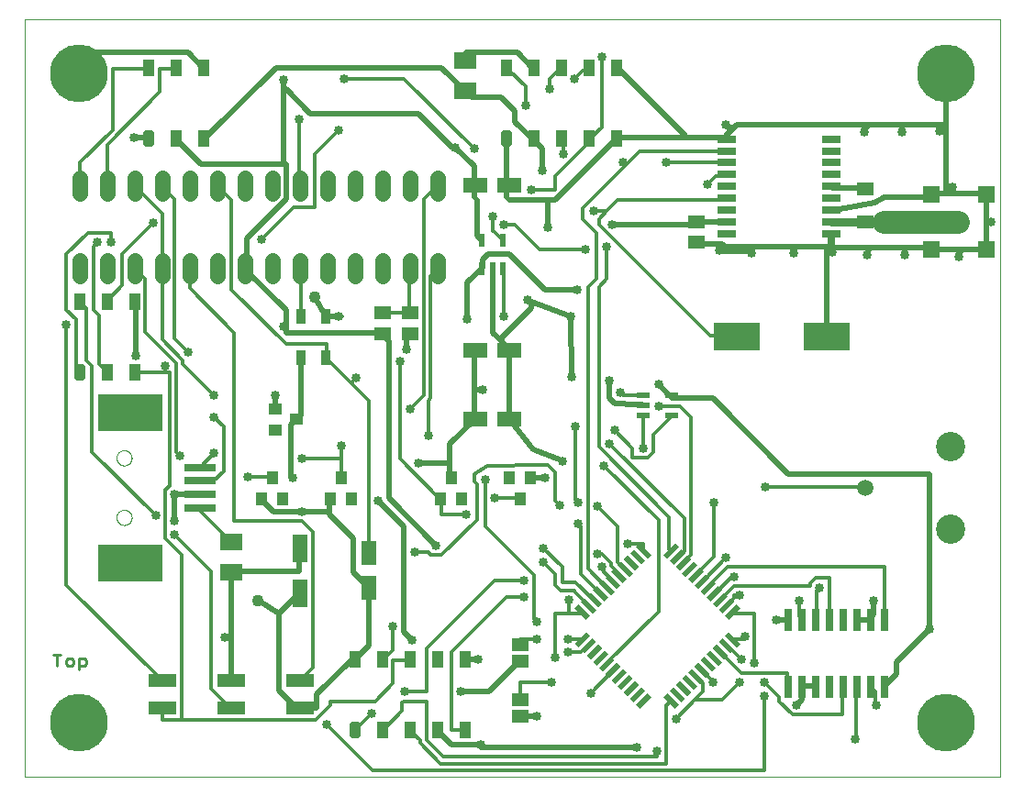
<source format=gtl>
G75*
%MOIN*%
%OFA0B0*%
%FSLAX25Y25*%
%IPPOS*%
%LPD*%
%AMOC8*
5,1,8,0,0,1.08239X$1,22.5*
%
%ADD10C,0.00000*%
%ADD11C,0.01000*%
%ADD12C,0.05562*%
%ADD13R,0.05512X0.10236*%
%ADD14R,0.03937X0.04724*%
%ADD15R,0.07874X0.06299*%
%ADD16R,0.10000X0.05000*%
%ADD17R,0.03937X0.05906*%
%ADD18C,0.01969*%
%ADD19R,0.02600X0.08000*%
%ADD20R,0.05906X0.01969*%
%ADD21R,0.01969X0.05906*%
%ADD22R,0.07100X0.02800*%
%ADD23R,0.05906X0.05118*%
%ADD24R,0.06299X0.04724*%
%ADD25R,0.06300X0.04600*%
%ADD26R,0.05512X0.08661*%
%ADD27C,0.06299*%
%ADD28R,0.06299X0.06299*%
%ADD29R,0.02200X0.05000*%
%ADD30R,0.03543X0.05512*%
%ADD31C,0.10630*%
%ADD32C,0.05984*%
%ADD33R,0.23780X0.13386*%
%ADD34R,0.11811X0.02756*%
%ADD35C,0.21000*%
%ADD36R,0.16929X0.09843*%
%ADD37R,0.04724X0.03937*%
%ADD38R,0.05000X0.02200*%
%ADD39R,0.08661X0.05512*%
%ADD40C,0.02000*%
%ADD41C,0.03346*%
%ADD42C,0.04331*%
%ADD43C,0.01600*%
%ADD44C,0.01181*%
%ADD45C,0.03150*%
%ADD46C,0.08268*%
D10*
X0055902Y0001800D02*
X0055902Y0277391D01*
X0410233Y0277391D01*
X0410233Y0001800D01*
X0055902Y0001800D01*
X0089370Y0096149D02*
X0089372Y0096254D01*
X0089378Y0096359D01*
X0089388Y0096463D01*
X0089402Y0096567D01*
X0089420Y0096671D01*
X0089442Y0096773D01*
X0089467Y0096875D01*
X0089497Y0096976D01*
X0089530Y0097075D01*
X0089567Y0097173D01*
X0089608Y0097270D01*
X0089653Y0097365D01*
X0089701Y0097458D01*
X0089752Y0097550D01*
X0089808Y0097639D01*
X0089866Y0097726D01*
X0089928Y0097811D01*
X0089992Y0097894D01*
X0090060Y0097974D01*
X0090131Y0098051D01*
X0090205Y0098125D01*
X0090282Y0098197D01*
X0090361Y0098266D01*
X0090443Y0098331D01*
X0090527Y0098394D01*
X0090614Y0098453D01*
X0090703Y0098509D01*
X0090794Y0098562D01*
X0090887Y0098611D01*
X0090981Y0098656D01*
X0091077Y0098698D01*
X0091175Y0098736D01*
X0091274Y0098770D01*
X0091375Y0098801D01*
X0091476Y0098827D01*
X0091579Y0098850D01*
X0091682Y0098869D01*
X0091786Y0098884D01*
X0091890Y0098895D01*
X0091995Y0098902D01*
X0092100Y0098905D01*
X0092205Y0098904D01*
X0092310Y0098899D01*
X0092414Y0098890D01*
X0092518Y0098877D01*
X0092622Y0098860D01*
X0092725Y0098839D01*
X0092827Y0098814D01*
X0092928Y0098786D01*
X0093027Y0098753D01*
X0093126Y0098717D01*
X0093223Y0098677D01*
X0093318Y0098634D01*
X0093412Y0098586D01*
X0093504Y0098536D01*
X0093594Y0098482D01*
X0093682Y0098424D01*
X0093767Y0098363D01*
X0093850Y0098299D01*
X0093931Y0098232D01*
X0094009Y0098162D01*
X0094084Y0098088D01*
X0094156Y0098013D01*
X0094226Y0097934D01*
X0094292Y0097853D01*
X0094356Y0097769D01*
X0094416Y0097683D01*
X0094472Y0097595D01*
X0094526Y0097504D01*
X0094576Y0097412D01*
X0094622Y0097318D01*
X0094665Y0097222D01*
X0094704Y0097124D01*
X0094739Y0097026D01*
X0094770Y0096925D01*
X0094798Y0096824D01*
X0094822Y0096722D01*
X0094842Y0096619D01*
X0094858Y0096515D01*
X0094870Y0096411D01*
X0094878Y0096306D01*
X0094882Y0096201D01*
X0094882Y0096097D01*
X0094878Y0095992D01*
X0094870Y0095887D01*
X0094858Y0095783D01*
X0094842Y0095679D01*
X0094822Y0095576D01*
X0094798Y0095474D01*
X0094770Y0095373D01*
X0094739Y0095272D01*
X0094704Y0095174D01*
X0094665Y0095076D01*
X0094622Y0094980D01*
X0094576Y0094886D01*
X0094526Y0094794D01*
X0094472Y0094703D01*
X0094416Y0094615D01*
X0094356Y0094529D01*
X0094292Y0094445D01*
X0094226Y0094364D01*
X0094156Y0094285D01*
X0094084Y0094210D01*
X0094009Y0094136D01*
X0093931Y0094066D01*
X0093850Y0093999D01*
X0093767Y0093935D01*
X0093682Y0093874D01*
X0093594Y0093816D01*
X0093504Y0093762D01*
X0093412Y0093712D01*
X0093318Y0093664D01*
X0093223Y0093621D01*
X0093126Y0093581D01*
X0093027Y0093545D01*
X0092928Y0093512D01*
X0092827Y0093484D01*
X0092725Y0093459D01*
X0092622Y0093438D01*
X0092518Y0093421D01*
X0092414Y0093408D01*
X0092310Y0093399D01*
X0092205Y0093394D01*
X0092100Y0093393D01*
X0091995Y0093396D01*
X0091890Y0093403D01*
X0091786Y0093414D01*
X0091682Y0093429D01*
X0091579Y0093448D01*
X0091476Y0093471D01*
X0091375Y0093497D01*
X0091274Y0093528D01*
X0091175Y0093562D01*
X0091077Y0093600D01*
X0090981Y0093642D01*
X0090887Y0093687D01*
X0090794Y0093736D01*
X0090703Y0093789D01*
X0090614Y0093845D01*
X0090527Y0093904D01*
X0090443Y0093967D01*
X0090361Y0094032D01*
X0090282Y0094101D01*
X0090205Y0094173D01*
X0090131Y0094247D01*
X0090060Y0094324D01*
X0089992Y0094404D01*
X0089928Y0094487D01*
X0089866Y0094572D01*
X0089808Y0094659D01*
X0089752Y0094748D01*
X0089701Y0094840D01*
X0089653Y0094933D01*
X0089608Y0095028D01*
X0089567Y0095125D01*
X0089530Y0095223D01*
X0089497Y0095322D01*
X0089467Y0095423D01*
X0089442Y0095525D01*
X0089420Y0095627D01*
X0089402Y0095731D01*
X0089388Y0095835D01*
X0089378Y0095939D01*
X0089372Y0096044D01*
X0089370Y0096149D01*
X0089370Y0117802D02*
X0089372Y0117907D01*
X0089378Y0118012D01*
X0089388Y0118116D01*
X0089402Y0118220D01*
X0089420Y0118324D01*
X0089442Y0118426D01*
X0089467Y0118528D01*
X0089497Y0118629D01*
X0089530Y0118728D01*
X0089567Y0118826D01*
X0089608Y0118923D01*
X0089653Y0119018D01*
X0089701Y0119111D01*
X0089752Y0119203D01*
X0089808Y0119292D01*
X0089866Y0119379D01*
X0089928Y0119464D01*
X0089992Y0119547D01*
X0090060Y0119627D01*
X0090131Y0119704D01*
X0090205Y0119778D01*
X0090282Y0119850D01*
X0090361Y0119919D01*
X0090443Y0119984D01*
X0090527Y0120047D01*
X0090614Y0120106D01*
X0090703Y0120162D01*
X0090794Y0120215D01*
X0090887Y0120264D01*
X0090981Y0120309D01*
X0091077Y0120351D01*
X0091175Y0120389D01*
X0091274Y0120423D01*
X0091375Y0120454D01*
X0091476Y0120480D01*
X0091579Y0120503D01*
X0091682Y0120522D01*
X0091786Y0120537D01*
X0091890Y0120548D01*
X0091995Y0120555D01*
X0092100Y0120558D01*
X0092205Y0120557D01*
X0092310Y0120552D01*
X0092414Y0120543D01*
X0092518Y0120530D01*
X0092622Y0120513D01*
X0092725Y0120492D01*
X0092827Y0120467D01*
X0092928Y0120439D01*
X0093027Y0120406D01*
X0093126Y0120370D01*
X0093223Y0120330D01*
X0093318Y0120287D01*
X0093412Y0120239D01*
X0093504Y0120189D01*
X0093594Y0120135D01*
X0093682Y0120077D01*
X0093767Y0120016D01*
X0093850Y0119952D01*
X0093931Y0119885D01*
X0094009Y0119815D01*
X0094084Y0119741D01*
X0094156Y0119666D01*
X0094226Y0119587D01*
X0094292Y0119506D01*
X0094356Y0119422D01*
X0094416Y0119336D01*
X0094472Y0119248D01*
X0094526Y0119157D01*
X0094576Y0119065D01*
X0094622Y0118971D01*
X0094665Y0118875D01*
X0094704Y0118777D01*
X0094739Y0118679D01*
X0094770Y0118578D01*
X0094798Y0118477D01*
X0094822Y0118375D01*
X0094842Y0118272D01*
X0094858Y0118168D01*
X0094870Y0118064D01*
X0094878Y0117959D01*
X0094882Y0117854D01*
X0094882Y0117750D01*
X0094878Y0117645D01*
X0094870Y0117540D01*
X0094858Y0117436D01*
X0094842Y0117332D01*
X0094822Y0117229D01*
X0094798Y0117127D01*
X0094770Y0117026D01*
X0094739Y0116925D01*
X0094704Y0116827D01*
X0094665Y0116729D01*
X0094622Y0116633D01*
X0094576Y0116539D01*
X0094526Y0116447D01*
X0094472Y0116356D01*
X0094416Y0116268D01*
X0094356Y0116182D01*
X0094292Y0116098D01*
X0094226Y0116017D01*
X0094156Y0115938D01*
X0094084Y0115863D01*
X0094009Y0115789D01*
X0093931Y0115719D01*
X0093850Y0115652D01*
X0093767Y0115588D01*
X0093682Y0115527D01*
X0093594Y0115469D01*
X0093504Y0115415D01*
X0093412Y0115365D01*
X0093318Y0115317D01*
X0093223Y0115274D01*
X0093126Y0115234D01*
X0093027Y0115198D01*
X0092928Y0115165D01*
X0092827Y0115137D01*
X0092725Y0115112D01*
X0092622Y0115091D01*
X0092518Y0115074D01*
X0092414Y0115061D01*
X0092310Y0115052D01*
X0092205Y0115047D01*
X0092100Y0115046D01*
X0091995Y0115049D01*
X0091890Y0115056D01*
X0091786Y0115067D01*
X0091682Y0115082D01*
X0091579Y0115101D01*
X0091476Y0115124D01*
X0091375Y0115150D01*
X0091274Y0115181D01*
X0091175Y0115215D01*
X0091077Y0115253D01*
X0090981Y0115295D01*
X0090887Y0115340D01*
X0090794Y0115389D01*
X0090703Y0115442D01*
X0090614Y0115498D01*
X0090527Y0115557D01*
X0090443Y0115620D01*
X0090361Y0115685D01*
X0090282Y0115754D01*
X0090205Y0115826D01*
X0090131Y0115900D01*
X0090060Y0115977D01*
X0089992Y0116057D01*
X0089928Y0116140D01*
X0089866Y0116225D01*
X0089808Y0116312D01*
X0089752Y0116401D01*
X0089701Y0116493D01*
X0089653Y0116586D01*
X0089608Y0116681D01*
X0089567Y0116778D01*
X0089530Y0116876D01*
X0089497Y0116975D01*
X0089467Y0117076D01*
X0089442Y0117178D01*
X0089420Y0117280D01*
X0089402Y0117384D01*
X0089388Y0117488D01*
X0089378Y0117592D01*
X0089372Y0117697D01*
X0089370Y0117802D01*
D11*
X0069071Y0046303D02*
X0066402Y0046303D01*
X0067737Y0046303D02*
X0067737Y0042300D01*
X0071006Y0042967D02*
X0071673Y0042300D01*
X0073008Y0042300D01*
X0073675Y0042967D01*
X0073675Y0044302D01*
X0073008Y0044969D01*
X0071673Y0044969D01*
X0071006Y0044302D01*
X0071006Y0042967D01*
X0075610Y0042300D02*
X0077612Y0042300D01*
X0078279Y0042967D01*
X0078279Y0044302D01*
X0077612Y0044969D01*
X0075610Y0044969D01*
X0075610Y0040966D01*
D12*
X0075902Y0184019D02*
X0075902Y0189581D01*
X0085902Y0189581D02*
X0085902Y0184019D01*
X0095902Y0184019D02*
X0095902Y0189581D01*
X0105902Y0189581D02*
X0105902Y0184019D01*
X0115902Y0184019D02*
X0115902Y0189581D01*
X0125902Y0189581D02*
X0125902Y0184019D01*
X0135902Y0184019D02*
X0135902Y0189581D01*
X0145902Y0189581D02*
X0145902Y0184019D01*
X0155902Y0184019D02*
X0155902Y0189581D01*
X0165902Y0189581D02*
X0165902Y0184019D01*
X0175902Y0184019D02*
X0175902Y0189581D01*
X0185902Y0189581D02*
X0185902Y0184019D01*
X0195902Y0184019D02*
X0195902Y0189581D01*
X0205902Y0189581D02*
X0205902Y0184019D01*
X0205902Y0214019D02*
X0205902Y0219581D01*
X0195902Y0219581D02*
X0195902Y0214019D01*
X0185902Y0214019D02*
X0185902Y0219581D01*
X0175902Y0219581D02*
X0175902Y0214019D01*
X0165902Y0214019D02*
X0165902Y0219581D01*
X0155902Y0219581D02*
X0155902Y0214019D01*
X0145902Y0214019D02*
X0145902Y0219581D01*
X0135902Y0219581D02*
X0135902Y0214019D01*
X0125902Y0214019D02*
X0125902Y0219581D01*
X0115902Y0219581D02*
X0115902Y0214019D01*
X0105902Y0214019D02*
X0105902Y0219581D01*
X0095902Y0219581D02*
X0095902Y0214019D01*
X0085902Y0214019D02*
X0085902Y0219581D01*
X0075902Y0219581D02*
X0075902Y0214019D01*
D13*
X0155902Y0084871D03*
X0155902Y0068729D03*
D14*
X0149839Y0102863D03*
X0141965Y0102863D03*
X0145902Y0110737D03*
X0166965Y0102863D03*
X0174839Y0102863D03*
X0170902Y0110737D03*
X0206965Y0102863D03*
X0214839Y0102863D03*
X0210902Y0110737D03*
X0231965Y0110737D03*
X0239839Y0110737D03*
X0235902Y0102863D03*
D15*
X0130902Y0087312D03*
X0130902Y0076288D03*
X0215902Y0251288D03*
X0215902Y0262312D03*
D16*
X0155902Y0036800D03*
X0155902Y0026800D03*
X0130902Y0026800D03*
X0130902Y0036800D03*
X0105902Y0036800D03*
X0105902Y0026800D03*
D17*
X0175902Y0044595D03*
X0185902Y0044595D03*
X0195902Y0044595D03*
X0205902Y0044595D03*
X0215902Y0044595D03*
X0215902Y0019005D03*
X0205902Y0019005D03*
X0195902Y0019005D03*
X0185902Y0019005D03*
X0095902Y0149005D03*
X0085902Y0149005D03*
X0085902Y0174595D03*
X0075902Y0174595D03*
X0095902Y0174595D03*
X0110902Y0234005D03*
X0120902Y0234005D03*
X0120902Y0259595D03*
X0110902Y0259595D03*
X0100902Y0259595D03*
X0230902Y0259595D03*
X0240902Y0259595D03*
X0250902Y0259595D03*
X0260902Y0259595D03*
X0270902Y0259595D03*
X0270902Y0234005D03*
X0260902Y0234005D03*
X0250902Y0234005D03*
X0240902Y0234005D03*
D18*
X0229918Y0232036D02*
X0229918Y0235974D01*
X0231886Y0235974D01*
X0231886Y0232036D01*
X0229918Y0232036D01*
X0229918Y0234004D02*
X0231886Y0234004D01*
X0231886Y0235972D02*
X0229918Y0235972D01*
X0099918Y0235974D02*
X0099918Y0232036D01*
X0099918Y0235974D02*
X0101886Y0235974D01*
X0101886Y0232036D01*
X0099918Y0232036D01*
X0099918Y0234004D02*
X0101886Y0234004D01*
X0101886Y0235972D02*
X0099918Y0235972D01*
X0074918Y0150974D02*
X0074918Y0147036D01*
X0074918Y0150974D02*
X0076886Y0150974D01*
X0076886Y0147036D01*
X0074918Y0147036D01*
X0074918Y0149004D02*
X0076886Y0149004D01*
X0076886Y0150972D02*
X0074918Y0150972D01*
X0174918Y0020974D02*
X0174918Y0017036D01*
X0174918Y0020974D02*
X0176886Y0020974D01*
X0176886Y0017036D01*
X0174918Y0017036D01*
X0174918Y0019004D02*
X0176886Y0019004D01*
X0176886Y0020972D02*
X0174918Y0020972D01*
D19*
X0333402Y0034700D03*
X0338402Y0034700D03*
X0343402Y0034700D03*
X0348402Y0034700D03*
X0353402Y0034700D03*
X0358402Y0034700D03*
X0363402Y0034700D03*
X0368402Y0034700D03*
X0368402Y0058900D03*
X0363402Y0058900D03*
X0358402Y0058900D03*
X0353402Y0058900D03*
X0348402Y0058900D03*
X0343402Y0058900D03*
X0338402Y0058900D03*
X0333402Y0058900D03*
D20*
G36*
X0314576Y0049006D02*
X0310401Y0053181D01*
X0311792Y0054572D01*
X0315967Y0050397D01*
X0314576Y0049006D01*
G37*
G36*
X0312349Y0046779D02*
X0308174Y0050954D01*
X0309565Y0052345D01*
X0313740Y0048170D01*
X0312349Y0046779D01*
G37*
G36*
X0310122Y0044552D02*
X0305947Y0048727D01*
X0307338Y0050118D01*
X0311513Y0045943D01*
X0310122Y0044552D01*
G37*
G36*
X0307895Y0042325D02*
X0303720Y0046500D01*
X0305111Y0047891D01*
X0309286Y0043716D01*
X0307895Y0042325D01*
G37*
G36*
X0305668Y0040098D02*
X0301493Y0044273D01*
X0302884Y0045664D01*
X0307059Y0041489D01*
X0305668Y0040098D01*
G37*
G36*
X0303441Y0037870D02*
X0299266Y0042045D01*
X0300657Y0043436D01*
X0304832Y0039261D01*
X0303441Y0037870D01*
G37*
G36*
X0301214Y0035643D02*
X0297039Y0039818D01*
X0298430Y0041209D01*
X0302605Y0037034D01*
X0301214Y0035643D01*
G37*
G36*
X0298987Y0033416D02*
X0294812Y0037591D01*
X0296203Y0038982D01*
X0300378Y0034807D01*
X0298987Y0033416D01*
G37*
G36*
X0296759Y0031189D02*
X0292584Y0035364D01*
X0293975Y0036755D01*
X0298150Y0032580D01*
X0296759Y0031189D01*
G37*
G36*
X0294532Y0028962D02*
X0290357Y0033137D01*
X0291748Y0034528D01*
X0295923Y0030353D01*
X0294532Y0028962D01*
G37*
G36*
X0292305Y0026735D02*
X0288130Y0030910D01*
X0289521Y0032301D01*
X0293696Y0028126D01*
X0292305Y0026735D01*
G37*
G36*
X0260012Y0059028D02*
X0255837Y0063203D01*
X0257228Y0064594D01*
X0261403Y0060419D01*
X0260012Y0059028D01*
G37*
G36*
X0262239Y0061255D02*
X0258064Y0065430D01*
X0259455Y0066821D01*
X0263630Y0062646D01*
X0262239Y0061255D01*
G37*
G36*
X0264466Y0063482D02*
X0260291Y0067657D01*
X0261682Y0069048D01*
X0265857Y0064873D01*
X0264466Y0063482D01*
G37*
G36*
X0266693Y0065709D02*
X0262518Y0069884D01*
X0263909Y0071275D01*
X0268084Y0067100D01*
X0266693Y0065709D01*
G37*
G36*
X0268921Y0067936D02*
X0264746Y0072111D01*
X0266137Y0073502D01*
X0270312Y0069327D01*
X0268921Y0067936D01*
G37*
G36*
X0271148Y0070164D02*
X0266973Y0074339D01*
X0268364Y0075730D01*
X0272539Y0071555D01*
X0271148Y0070164D01*
G37*
G36*
X0273375Y0072391D02*
X0269200Y0076566D01*
X0270591Y0077957D01*
X0274766Y0073782D01*
X0273375Y0072391D01*
G37*
G36*
X0275602Y0074618D02*
X0271427Y0078793D01*
X0272818Y0080184D01*
X0276993Y0076009D01*
X0275602Y0074618D01*
G37*
G36*
X0277829Y0076845D02*
X0273654Y0081020D01*
X0275045Y0082411D01*
X0279220Y0078236D01*
X0277829Y0076845D01*
G37*
G36*
X0280056Y0079072D02*
X0275881Y0083247D01*
X0277272Y0084638D01*
X0281447Y0080463D01*
X0280056Y0079072D01*
G37*
G36*
X0282283Y0081299D02*
X0278108Y0085474D01*
X0279499Y0086865D01*
X0283674Y0082690D01*
X0282283Y0081299D01*
G37*
D21*
G36*
X0289521Y0081299D02*
X0288130Y0082690D01*
X0292305Y0086865D01*
X0293696Y0085474D01*
X0289521Y0081299D01*
G37*
G36*
X0291748Y0079072D02*
X0290357Y0080463D01*
X0294532Y0084638D01*
X0295923Y0083247D01*
X0291748Y0079072D01*
G37*
G36*
X0293975Y0076845D02*
X0292584Y0078236D01*
X0296759Y0082411D01*
X0298150Y0081020D01*
X0293975Y0076845D01*
G37*
G36*
X0296203Y0074618D02*
X0294812Y0076009D01*
X0298987Y0080184D01*
X0300378Y0078793D01*
X0296203Y0074618D01*
G37*
G36*
X0298430Y0072391D02*
X0297039Y0073782D01*
X0301214Y0077957D01*
X0302605Y0076566D01*
X0298430Y0072391D01*
G37*
G36*
X0300657Y0070164D02*
X0299266Y0071555D01*
X0303441Y0075730D01*
X0304832Y0074339D01*
X0300657Y0070164D01*
G37*
G36*
X0302884Y0067936D02*
X0301493Y0069327D01*
X0305668Y0073502D01*
X0307059Y0072111D01*
X0302884Y0067936D01*
G37*
G36*
X0305111Y0065709D02*
X0303720Y0067100D01*
X0307895Y0071275D01*
X0309286Y0069884D01*
X0305111Y0065709D01*
G37*
G36*
X0307338Y0063482D02*
X0305947Y0064873D01*
X0310122Y0069048D01*
X0311513Y0067657D01*
X0307338Y0063482D01*
G37*
G36*
X0309565Y0061255D02*
X0308174Y0062646D01*
X0312349Y0066821D01*
X0313740Y0065430D01*
X0309565Y0061255D01*
G37*
G36*
X0311792Y0059028D02*
X0310401Y0060419D01*
X0314576Y0064594D01*
X0315967Y0063203D01*
X0311792Y0059028D01*
G37*
G36*
X0277272Y0028962D02*
X0275881Y0030353D01*
X0280056Y0034528D01*
X0281447Y0033137D01*
X0277272Y0028962D01*
G37*
G36*
X0279499Y0026735D02*
X0278108Y0028126D01*
X0282283Y0032301D01*
X0283674Y0030910D01*
X0279499Y0026735D01*
G37*
G36*
X0275045Y0031189D02*
X0273654Y0032580D01*
X0277829Y0036755D01*
X0279220Y0035364D01*
X0275045Y0031189D01*
G37*
G36*
X0272818Y0033416D02*
X0271427Y0034807D01*
X0275602Y0038982D01*
X0276993Y0037591D01*
X0272818Y0033416D01*
G37*
G36*
X0270591Y0035643D02*
X0269200Y0037034D01*
X0273375Y0041209D01*
X0274766Y0039818D01*
X0270591Y0035643D01*
G37*
G36*
X0268364Y0037870D02*
X0266973Y0039261D01*
X0271148Y0043436D01*
X0272539Y0042045D01*
X0268364Y0037870D01*
G37*
G36*
X0266137Y0040098D02*
X0264746Y0041489D01*
X0268921Y0045664D01*
X0270312Y0044273D01*
X0266137Y0040098D01*
G37*
G36*
X0263909Y0042325D02*
X0262518Y0043716D01*
X0266693Y0047891D01*
X0268084Y0046500D01*
X0263909Y0042325D01*
G37*
G36*
X0261682Y0044552D02*
X0260291Y0045943D01*
X0264466Y0050118D01*
X0265857Y0048727D01*
X0261682Y0044552D01*
G37*
G36*
X0259455Y0046779D02*
X0258064Y0048170D01*
X0262239Y0052345D01*
X0263630Y0050954D01*
X0259455Y0046779D01*
G37*
G36*
X0257228Y0049006D02*
X0255837Y0050397D01*
X0260012Y0054572D01*
X0261403Y0053181D01*
X0257228Y0049006D01*
G37*
D22*
X0310984Y0199302D03*
X0310984Y0203602D03*
X0310984Y0207902D03*
X0310984Y0212202D03*
X0310984Y0216502D03*
X0310984Y0220802D03*
X0310984Y0225102D03*
X0310984Y0229402D03*
X0310984Y0233702D03*
X0349149Y0233702D03*
X0349149Y0229402D03*
X0349149Y0225102D03*
X0349149Y0220802D03*
X0349149Y0216502D03*
X0349149Y0212202D03*
X0349149Y0207902D03*
X0349149Y0203602D03*
X0349149Y0199302D03*
D23*
X0299954Y0196083D03*
X0299954Y0203564D03*
X0195902Y0170540D03*
X0195902Y0163060D03*
X0185902Y0163060D03*
X0185902Y0170540D03*
D24*
X0361468Y0203642D03*
X0361468Y0215453D03*
D25*
X0235902Y0049800D03*
X0235902Y0043800D03*
X0235902Y0029800D03*
X0235902Y0023800D03*
D26*
X0180902Y0070501D03*
X0180902Y0083099D03*
D27*
X0395433Y0203639D03*
D28*
X0405433Y0193639D03*
X0385433Y0193639D03*
X0385433Y0213639D03*
X0405433Y0213639D03*
D29*
X0229602Y0196900D03*
X0222202Y0196900D03*
X0222202Y0186700D03*
X0225902Y0186700D03*
X0229602Y0186700D03*
D30*
X0165430Y0169280D03*
X0156375Y0169280D03*
X0156375Y0154320D03*
X0165430Y0154320D03*
D31*
X0392223Y0121761D03*
X0392223Y0091839D03*
D32*
X0361515Y0106800D03*
D33*
X0094409Y0079731D03*
X0094409Y0134219D03*
D34*
X0119685Y0114338D03*
X0119685Y0109416D03*
X0119685Y0104534D03*
X0119685Y0099613D03*
D35*
X0075587Y0021485D03*
X0390548Y0021485D03*
X0390548Y0257706D03*
X0075587Y0257706D03*
D36*
X0314564Y0161800D03*
X0347241Y0161800D03*
D37*
X0154839Y0131800D03*
X0146965Y0127863D03*
X0146965Y0135737D03*
D38*
X0280802Y0136800D03*
X0280802Y0133100D03*
X0280802Y0140500D03*
X0291002Y0140500D03*
X0291002Y0133100D03*
D39*
X0232201Y0131800D03*
X0219603Y0131800D03*
X0219603Y0156800D03*
X0232201Y0156800D03*
X0232201Y0216800D03*
X0219603Y0216800D03*
D40*
X0219288Y0216800D02*
X0219288Y0223749D01*
X0212398Y0230639D01*
X0211414Y0230639D01*
X0199111Y0242942D01*
X0159741Y0242942D01*
X0150883Y0251800D01*
X0149898Y0251800D01*
X0149898Y0255245D01*
X0149898Y0251800D02*
X0149898Y0224733D01*
X0119879Y0224733D01*
X0111020Y0233591D01*
X0110902Y0234005D01*
X0100902Y0234005D02*
X0100686Y0234083D01*
X0095764Y0234083D01*
X0120902Y0234005D02*
X0121847Y0234083D01*
X0147438Y0259674D01*
X0207477Y0259674D01*
X0215351Y0251800D01*
X0215902Y0251288D01*
X0216335Y0250816D01*
X0218304Y0248847D01*
X0229131Y0248847D01*
X0234052Y0243926D01*
X0234052Y0239989D01*
X0239957Y0234083D01*
X0240902Y0234005D01*
X0240942Y0233099D01*
X0243894Y0230146D01*
X0243894Y0222272D01*
X0245902Y0211446D02*
X0232083Y0211446D01*
X0231099Y0212430D02*
X0231099Y0216800D01*
X0231099Y0233099D01*
X0230902Y0234005D01*
X0219288Y0216800D02*
X0219288Y0212430D01*
X0220272Y0211446D02*
X0220272Y0198650D01*
X0221749Y0197174D01*
X0222202Y0196900D01*
X0224209Y0191761D02*
X0222241Y0189792D01*
X0222241Y0186839D01*
X0222202Y0186700D01*
X0221749Y0186347D01*
X0216827Y0181426D01*
X0216827Y0168139D01*
X0226178Y0163217D02*
X0228638Y0160757D01*
X0239957Y0172076D01*
X0239957Y0174044D01*
X0240204Y0174671D01*
X0238770Y0175236D01*
X0240204Y0174671D02*
X0254410Y0169075D01*
X0254623Y0147298D01*
X0268501Y0145993D02*
X0268501Y0139595D01*
X0270469Y0137627D01*
X0273914Y0137627D01*
X0274406Y0137135D01*
X0280312Y0137135D01*
X0280802Y0136800D01*
X0286217Y0144517D02*
X0290154Y0140580D01*
X0291002Y0140500D01*
X0291138Y0139595D01*
X0305902Y0139595D01*
X0333461Y0112036D01*
X0384642Y0112036D01*
X0384642Y0055442D01*
X0372831Y0043631D01*
X0372831Y0039202D01*
X0368402Y0034772D01*
X0368402Y0034700D01*
X0343402Y0034700D02*
X0343304Y0034772D01*
X0339367Y0034772D01*
X0338402Y0034700D01*
X0338383Y0034280D01*
X0338383Y0029851D01*
X0336414Y0027883D01*
X0333402Y0058900D02*
X0332969Y0058887D01*
X0329032Y0058887D01*
X0358402Y0058900D02*
X0358560Y0058887D01*
X0362989Y0058887D01*
X0363402Y0058900D01*
X0363481Y0059871D01*
X0364465Y0060855D01*
X0364465Y0065776D01*
X0278343Y0012627D02*
X0221749Y0012627D01*
X0221749Y0013611D01*
X0210922Y0013611D01*
X0206001Y0018532D01*
X0205902Y0019005D01*
X0214367Y0032804D02*
X0224701Y0032804D01*
X0235528Y0043631D01*
X0235902Y0043800D01*
X0220764Y0044615D02*
X0216335Y0044615D01*
X0215902Y0044595D01*
X0196650Y0051505D02*
X0193698Y0054457D01*
X0193698Y0092843D01*
X0184347Y0102194D01*
X0188284Y0103178D02*
X0188284Y0160265D01*
X0186316Y0162233D01*
X0185902Y0163060D01*
X0185823Y0163217D01*
X0150883Y0163217D01*
X0150883Y0165678D01*
X0149898Y0165678D01*
X0150883Y0165678D02*
X0150883Y0171583D01*
X0136119Y0186347D01*
X0135902Y0186800D01*
X0136611Y0187331D01*
X0136611Y0197666D01*
X0150883Y0211938D01*
X0150883Y0224733D01*
X0149898Y0224733D01*
X0120902Y0259595D02*
X0120863Y0259674D01*
X0115449Y0265087D01*
X0075587Y0265087D01*
X0075587Y0257706D01*
X0095902Y0174595D02*
X0096257Y0174536D01*
X0096257Y0154851D01*
X0146946Y0140580D02*
X0146946Y0136150D01*
X0146965Y0135737D01*
X0152851Y0129753D02*
X0154327Y0131229D01*
X0154839Y0131800D01*
X0155312Y0132213D01*
X0156296Y0133198D01*
X0156296Y0153867D01*
X0156375Y0154320D01*
X0165646Y0169123D02*
X0165430Y0169280D01*
X0161256Y0176364D01*
X0165430Y0169280D02*
X0170902Y0169280D01*
X0170075Y0169123D02*
X0165646Y0169123D01*
X0194682Y0161249D02*
X0194682Y0157312D01*
X0194682Y0161249D02*
X0195666Y0162233D01*
X0195902Y0163060D01*
X0219288Y0156328D02*
X0219603Y0156800D01*
X0219288Y0156328D02*
X0219288Y0142548D01*
X0222241Y0142548D01*
X0219288Y0142548D02*
X0219288Y0132706D01*
X0219603Y0131800D01*
X0219288Y0131721D01*
X0210430Y0122863D01*
X0210430Y0115973D01*
X0199111Y0115973D01*
X0210430Y0115973D02*
X0210430Y0111052D01*
X0210902Y0110737D01*
X0188284Y0103178D02*
X0205509Y0085954D01*
X0180902Y0070501D02*
X0180410Y0071190D01*
X0175489Y0076111D01*
X0175489Y0088414D01*
X0166631Y0097272D01*
X0166631Y0098257D01*
X0166631Y0102686D01*
X0166965Y0102863D01*
X0166631Y0098257D02*
X0156788Y0098257D01*
X0146453Y0098257D01*
X0142024Y0102686D01*
X0141965Y0102863D01*
X0152851Y0110560D02*
X0152851Y0129753D01*
X0152851Y0110560D02*
X0153343Y0110560D01*
X0119685Y0104534D02*
X0119386Y0104654D01*
X0110528Y0104654D01*
X0110528Y0094812D01*
X0130902Y0076288D02*
X0131198Y0075619D01*
X0131198Y0052489D01*
X0128737Y0052489D01*
X0131198Y0052489D02*
X0131198Y0037233D01*
X0130902Y0036800D01*
X0148422Y0033296D02*
X0155312Y0026406D01*
X0155902Y0026800D01*
X0156296Y0026898D01*
X0162201Y0026898D01*
X0162201Y0031820D01*
X0174997Y0044615D01*
X0175902Y0044595D01*
X0175981Y0044615D01*
X0180902Y0049536D01*
X0180902Y0070501D01*
X0155902Y0068729D02*
X0155804Y0068729D01*
X0148422Y0061347D01*
X0140925Y0065821D01*
X0140760Y0065946D01*
X0148422Y0061347D02*
X0148422Y0033296D01*
X0155804Y0076603D02*
X0131198Y0076603D01*
X0130902Y0076288D01*
X0155804Y0076603D02*
X0155804Y0084477D01*
X0155902Y0084871D01*
X0230902Y0131800D02*
X0232201Y0131800D01*
X0240828Y0121028D01*
X0250902Y0116800D01*
X0250966Y0116736D01*
X0251345Y0116736D01*
X0244879Y0110560D02*
X0239957Y0110560D01*
X0239839Y0110737D01*
X0232201Y0131800D02*
X0232083Y0132706D01*
X0232083Y0156328D01*
X0232201Y0156800D01*
X0232083Y0157312D01*
X0228638Y0160757D01*
X0226178Y0163217D02*
X0226178Y0185855D01*
X0225902Y0186700D01*
X0224209Y0191761D02*
X0232083Y0191761D01*
X0244879Y0178965D01*
X0256690Y0178965D01*
X0245885Y0201687D02*
X0245902Y0201704D01*
X0245902Y0211446D01*
X0248816Y0211446D01*
X0270469Y0233099D01*
X0270902Y0234005D01*
X0271453Y0234083D01*
X0296060Y0234083D01*
X0296060Y0235068D01*
X0272438Y0258690D01*
X0271453Y0258690D01*
X0270902Y0259595D01*
X0240902Y0259595D02*
X0240449Y0259674D01*
X0235036Y0265087D01*
X0216335Y0265087D01*
X0216335Y0262627D01*
X0215902Y0262312D01*
X0269485Y0202587D02*
X0299012Y0202587D01*
X0299954Y0203564D01*
X0299997Y0203572D01*
X0310823Y0203572D01*
X0310984Y0203602D01*
X0309347Y0195698D02*
X0310331Y0194713D01*
X0347241Y0194713D01*
X0347241Y0161800D01*
X0349341Y0192748D02*
X0349341Y0195698D01*
X0348717Y0195698D01*
X0348717Y0194713D01*
X0349209Y0194221D01*
X0362989Y0194221D01*
X0362989Y0193729D01*
X0362275Y0193729D01*
X0362275Y0194098D01*
X0362275Y0193729D02*
X0362275Y0191539D01*
X0362989Y0194221D02*
X0384642Y0194221D01*
X0385433Y0193639D01*
X0385627Y0193729D01*
X0396453Y0193729D01*
X0396453Y0192745D01*
X0395535Y0192745D01*
X0395535Y0193672D01*
X0396453Y0193729D02*
X0405312Y0193729D01*
X0405433Y0193639D01*
X0405383Y0213977D01*
X0405433Y0213639D01*
X0405383Y0213977D02*
X0390548Y0213977D01*
X0390548Y0238020D01*
X0390548Y0239005D01*
X0374800Y0239005D01*
X0374783Y0238814D01*
X0374712Y0238743D01*
X0374712Y0236468D01*
X0374800Y0239005D02*
X0362005Y0239005D01*
X0362005Y0238020D01*
X0361138Y0238020D01*
X0361138Y0238885D01*
X0361138Y0238020D02*
X0361138Y0236468D01*
X0362005Y0239005D02*
X0314760Y0239005D01*
X0313284Y0237528D01*
X0312792Y0238020D01*
X0312204Y0237432D01*
X0312599Y0237037D01*
X0312204Y0237432D02*
X0310822Y0238813D01*
X0310822Y0238814D01*
X0313284Y0237528D02*
X0310823Y0235068D01*
X0310984Y0233702D01*
X0310823Y0234083D01*
X0296060Y0234083D01*
X0349209Y0215875D02*
X0361020Y0215875D01*
X0364544Y0210461D02*
X0353885Y0208427D01*
X0349209Y0208001D01*
X0349149Y0207902D01*
X0349149Y0199302D02*
X0348717Y0199143D01*
X0348717Y0195698D01*
X0349341Y0195698D02*
X0349341Y0198222D01*
X0348717Y0194713D02*
X0347241Y0194713D01*
X0335430Y0193729D02*
X0335334Y0192155D01*
X0335341Y0192179D02*
X0335341Y0193729D01*
X0335430Y0193729D01*
X0335341Y0193729D02*
X0335341Y0194383D01*
X0320132Y0194241D02*
X0320132Y0192745D01*
X0308855Y0192745D01*
X0308406Y0193245D01*
X0308855Y0194713D01*
X0308477Y0194713D01*
X0308477Y0195165D01*
X0308477Y0194713D02*
X0308477Y0193316D01*
X0308406Y0193316D01*
X0309347Y0195698D02*
X0299997Y0195698D01*
X0299954Y0196083D01*
X0320132Y0192745D02*
X0320132Y0192037D01*
X0364544Y0210461D02*
X0368415Y0212665D01*
X0382796Y0212653D01*
X0384642Y0215461D01*
X0384642Y0213414D01*
X0385433Y0213639D01*
X0385627Y0213977D01*
X0390548Y0213977D01*
X0391271Y0214359D02*
X0391271Y0215383D01*
X0391532Y0215383D01*
X0392917Y0216160D01*
X0392976Y0216065D02*
X0391271Y0216065D01*
X0391271Y0215383D01*
X0405555Y0203553D02*
X0407190Y0203553D01*
X0395535Y0192745D02*
X0395535Y0191113D01*
X0375778Y0191468D02*
X0375778Y0193885D01*
X0388428Y0236610D02*
X0390205Y0236610D01*
X0390205Y0238020D01*
X0390548Y0238020D01*
X0390205Y0238020D02*
X0390205Y0238743D01*
X0390548Y0239005D02*
X0390548Y0257706D01*
X0291002Y0140500D02*
X0290646Y0140580D01*
X0241926Y0023946D02*
X0236020Y0023946D01*
X0235902Y0023800D01*
D41*
X0241926Y0023946D03*
X0247339Y0036249D03*
X0248816Y0045107D03*
X0253245Y0047076D03*
X0253245Y0051997D03*
X0241926Y0051997D03*
X0241926Y0058394D03*
X0237497Y0067253D03*
X0237497Y0073158D03*
X0244386Y0080048D03*
X0244386Y0084969D03*
X0257182Y0093828D03*
X0257182Y0101702D03*
X0250292Y0100717D03*
X0244879Y0110560D03*
X0251345Y0116736D03*
X0266532Y0114989D03*
X0268501Y0122863D03*
X0270469Y0127784D03*
X0280804Y0121387D03*
X0286217Y0136643D03*
X0286217Y0144517D03*
X0272438Y0141564D03*
X0268501Y0145993D03*
X0254623Y0147298D03*
X0256198Y0129261D03*
X0223225Y0110068D03*
X0226670Y0103178D03*
X0216335Y0097272D03*
X0205509Y0085954D03*
X0197635Y0083493D03*
X0184347Y0102194D03*
X0199111Y0115973D03*
X0202556Y0125816D03*
X0196158Y0135658D03*
X0192221Y0152883D03*
X0194682Y0157312D03*
X0176473Y0146977D03*
X0146946Y0140580D03*
X0124800Y0140580D03*
X0124800Y0132706D03*
X0124800Y0119418D03*
X0112497Y0118434D03*
X0110528Y0104654D03*
X0103638Y0096780D03*
X0110528Y0094812D03*
X0110528Y0089891D03*
X0137103Y0111052D03*
X0153343Y0110560D03*
X0156788Y0117450D03*
X0171060Y0122371D03*
X0156788Y0098257D03*
X0189760Y0056426D03*
X0196650Y0051505D03*
X0220764Y0044615D03*
X0214367Y0032804D03*
X0194190Y0032804D03*
X0181886Y0024930D03*
X0165646Y0020993D03*
X0128737Y0052489D03*
X0221749Y0013611D03*
X0261611Y0032312D03*
X0278343Y0012627D03*
X0285725Y0011150D03*
X0292615Y0022961D03*
X0305902Y0036249D03*
X0315745Y0036249D03*
X0316237Y0044615D03*
X0321158Y0043139D03*
X0324603Y0036249D03*
X0324603Y0031328D03*
X0336414Y0027883D03*
X0357575Y0015580D03*
X0365449Y0027883D03*
X0384642Y0055442D03*
X0364465Y0065776D03*
X0344780Y0070698D03*
X0337398Y0065776D03*
X0329032Y0058887D03*
X0317713Y0052981D03*
X0315745Y0067745D03*
X0313776Y0074635D03*
X0310823Y0081524D03*
X0306394Y0101702D03*
X0325095Y0107115D03*
X0274898Y0086446D03*
X0264072Y0083001D03*
X0265548Y0078080D03*
X0253737Y0066269D03*
X0264072Y0100225D03*
X0222241Y0142548D03*
X0216827Y0168139D03*
X0230115Y0169123D03*
X0238770Y0175236D03*
X0254410Y0169075D03*
X0256690Y0178965D03*
X0259642Y0193729D03*
X0267516Y0194713D03*
X0269485Y0202587D03*
X0262595Y0207509D03*
X0245885Y0201687D03*
X0239957Y0215383D03*
X0243894Y0222272D03*
X0251768Y0228178D03*
X0273422Y0225225D03*
X0289170Y0225225D03*
X0303934Y0217351D03*
X0310751Y0238814D03*
X0265548Y0263611D03*
X0255705Y0255737D03*
X0246847Y0251800D03*
X0237989Y0245894D03*
X0219288Y0230146D03*
X0212398Y0230639D03*
X0226178Y0205540D03*
X0230115Y0202587D03*
X0170075Y0169123D03*
X0149898Y0165678D03*
X0115449Y0156328D03*
X0107083Y0151406D03*
X0096257Y0154851D03*
X0071158Y0166170D03*
X0082477Y0196190D03*
X0087398Y0196190D03*
X0102654Y0203080D03*
X0142024Y0197174D03*
X0170075Y0237036D03*
X0155804Y0240973D03*
X0149898Y0255245D03*
X0172044Y0255737D03*
X0095764Y0234083D03*
X0308406Y0193245D03*
X0320120Y0192084D03*
X0335334Y0192155D03*
X0349339Y0192724D03*
X0362181Y0191516D03*
X0375778Y0191468D03*
X0395476Y0191018D03*
X0407190Y0203553D03*
X0392917Y0216160D03*
X0388532Y0236587D03*
X0374669Y0236373D03*
X0361115Y0236373D03*
D42*
X0161256Y0176364D03*
X0140760Y0065946D03*
D43*
X0220272Y0211446D02*
X0219288Y0212430D01*
X0219288Y0216800D02*
X0219603Y0216800D01*
X0231099Y0216800D02*
X0232201Y0216800D01*
X0231099Y0212430D02*
X0232083Y0211446D01*
D44*
X0239957Y0215383D02*
X0248816Y0215383D01*
X0248816Y0220304D01*
X0260627Y0232115D01*
X0260627Y0233099D01*
X0260902Y0234005D01*
X0261611Y0234083D01*
X0265548Y0238020D01*
X0265548Y0263611D01*
X0260902Y0259595D02*
X0260627Y0258690D01*
X0258658Y0258690D01*
X0255705Y0255737D01*
X0250784Y0258690D02*
X0250902Y0259595D01*
X0250784Y0258690D02*
X0249800Y0258690D01*
X0246847Y0255737D01*
X0246847Y0251800D01*
X0237989Y0252784D02*
X0237989Y0245894D01*
X0237989Y0252784D02*
X0232083Y0258690D01*
X0231099Y0258690D01*
X0230902Y0259595D01*
X0231099Y0259182D01*
X0250902Y0234005D02*
X0251768Y0233099D01*
X0251768Y0228178D01*
X0258658Y0208493D02*
X0274406Y0224241D01*
X0273422Y0225225D01*
X0274406Y0224241D02*
X0279327Y0229162D01*
X0310823Y0229162D01*
X0310984Y0229402D01*
X0310823Y0225225D02*
X0310984Y0225102D01*
X0310823Y0225225D02*
X0289170Y0225225D01*
X0303934Y0217351D02*
X0306886Y0220304D01*
X0310823Y0220304D01*
X0310984Y0220802D01*
X0310984Y0212202D02*
X0310823Y0211446D01*
X0271453Y0211446D01*
X0267516Y0207509D01*
X0262595Y0207509D01*
X0264564Y0204556D02*
X0264564Y0202587D01*
X0304918Y0162233D01*
X0313776Y0162233D01*
X0314564Y0161800D01*
X0294091Y0136643D02*
X0286217Y0136643D01*
X0290646Y0132706D02*
X0291002Y0133100D01*
X0290646Y0132706D02*
X0284249Y0126308D01*
X0284249Y0119910D01*
X0282280Y0117942D01*
X0276867Y0117942D01*
X0276867Y0121387D01*
X0270469Y0127784D01*
X0268501Y0122863D02*
X0295568Y0095796D01*
X0295568Y0083985D01*
X0293599Y0082017D01*
X0293140Y0081855D01*
X0290913Y0084082D02*
X0290154Y0084477D01*
X0290154Y0096288D01*
X0264564Y0121879D01*
X0264564Y0179950D01*
X0267516Y0182902D01*
X0267516Y0194713D01*
X0263579Y0199635D02*
X0258658Y0204556D01*
X0258658Y0208493D01*
X0264564Y0204556D02*
X0267516Y0207509D01*
X0263579Y0199635D02*
X0263579Y0182902D01*
X0260627Y0179950D01*
X0260627Y0077587D01*
X0267516Y0070698D01*
X0267529Y0070719D01*
X0269485Y0073158D02*
X0269756Y0072947D01*
X0270469Y0072666D01*
X0269485Y0073158D02*
X0265548Y0077095D01*
X0265548Y0078080D01*
X0268993Y0078572D02*
X0271946Y0075619D01*
X0271983Y0075174D01*
X0273914Y0077587D02*
X0274210Y0077401D01*
X0273914Y0077587D02*
X0271453Y0080048D01*
X0271453Y0092843D01*
X0264072Y0100225D01*
X0257182Y0101702D02*
X0256198Y0102686D01*
X0256198Y0129261D01*
X0272438Y0141564D02*
X0273422Y0140580D01*
X0280312Y0140580D01*
X0280802Y0140500D01*
X0280802Y0133100D02*
X0280804Y0132706D01*
X0280804Y0121387D01*
X0266532Y0114989D02*
X0286217Y0095304D01*
X0286217Y0061839D01*
X0267516Y0043139D01*
X0267529Y0042881D01*
X0269756Y0040653D02*
X0269485Y0040186D01*
X0261611Y0032312D01*
X0247339Y0036249D02*
X0236020Y0036249D01*
X0236020Y0029851D01*
X0235902Y0029800D01*
X0248816Y0045107D02*
X0248816Y0061347D01*
X0253737Y0061347D01*
X0253737Y0066269D01*
X0255705Y0069221D02*
X0260627Y0064300D01*
X0260847Y0064038D01*
X0262595Y0066269D02*
X0263074Y0066265D01*
X0262595Y0066269D02*
X0256198Y0072666D01*
X0251276Y0072666D01*
X0251276Y0078080D01*
X0244386Y0084969D01*
X0244386Y0080048D02*
X0248816Y0075619D01*
X0248816Y0071682D01*
X0250784Y0069713D01*
X0255705Y0069713D01*
X0255705Y0069221D01*
X0258166Y0075619D02*
X0258166Y0092843D01*
X0257182Y0093828D01*
X0250292Y0100717D02*
X0248816Y0102194D01*
X0248821Y0112646D01*
X0245902Y0115123D01*
X0243751Y0115123D01*
X0223908Y0114965D01*
X0219288Y0112036D01*
X0219288Y0109083D01*
X0220272Y0108099D01*
X0220272Y0095304D01*
X0207477Y0082509D01*
X0203540Y0082509D01*
X0202556Y0083493D01*
X0197635Y0083493D01*
X0180902Y0083099D02*
X0180902Y0138611D01*
X0174751Y0144763D01*
X0174997Y0145009D01*
X0174997Y0145501D01*
X0176473Y0146977D01*
X0174751Y0144763D02*
X0165646Y0153867D01*
X0165430Y0154320D01*
X0165646Y0154851D01*
X0165646Y0159280D01*
X0150883Y0159280D01*
X0131198Y0178965D01*
X0131198Y0211446D01*
X0126276Y0216367D01*
X0125902Y0216800D01*
X0110528Y0211938D02*
X0106099Y0216367D01*
X0105902Y0216800D01*
X0110528Y0211938D02*
X0110528Y0161249D01*
X0115449Y0156328D01*
X0113481Y0153375D02*
X0106099Y0160757D01*
X0106099Y0186347D01*
X0105902Y0186800D01*
X0106099Y0187331D01*
X0106099Y0206524D01*
X0096257Y0216367D01*
X0095902Y0216800D01*
X0085922Y0216859D02*
X0085902Y0216800D01*
X0085922Y0216859D02*
X0085922Y0231623D01*
X0105115Y0250816D01*
X0105115Y0259182D01*
X0110528Y0259182D01*
X0110902Y0259595D01*
X0100902Y0259595D02*
X0100686Y0259182D01*
X0087890Y0259182D01*
X0087890Y0237036D01*
X0076079Y0225225D01*
X0076079Y0216859D01*
X0075902Y0216800D01*
X0079032Y0199635D02*
X0087398Y0199635D01*
X0087398Y0196190D01*
X0082477Y0196190D02*
X0081001Y0194713D01*
X0081001Y0171583D01*
X0082969Y0169615D01*
X0082969Y0151898D01*
X0085430Y0149438D01*
X0085902Y0149005D01*
X0080509Y0151406D02*
X0078540Y0153375D01*
X0078540Y0172076D01*
X0076079Y0174536D01*
X0075902Y0174595D01*
X0071158Y0171583D02*
X0071158Y0191761D01*
X0079032Y0199635D01*
X0091335Y0191761D02*
X0102654Y0203080D01*
X0091335Y0191761D02*
X0091335Y0180442D01*
X0085922Y0175028D01*
X0085902Y0174595D01*
X0074603Y0168139D02*
X0071158Y0171583D01*
X0074603Y0168139D02*
X0074603Y0150422D01*
X0075587Y0149438D01*
X0075902Y0149005D01*
X0080509Y0151406D02*
X0080509Y0119910D01*
X0103638Y0096780D01*
X0110528Y0089891D02*
X0123816Y0076603D01*
X0123816Y0033788D01*
X0130705Y0026898D01*
X0130902Y0026800D01*
X0112989Y0022469D02*
X0112989Y0082509D01*
X0107083Y0088414D01*
X0107083Y0106131D01*
X0108560Y0107607D01*
X0108560Y0148946D01*
X0107083Y0148946D01*
X0107083Y0151406D01*
X0107083Y0148946D02*
X0096257Y0148946D01*
X0095902Y0149005D01*
X0099701Y0163709D02*
X0111020Y0152391D01*
X0111020Y0119910D01*
X0112497Y0118434D01*
X0119685Y0114338D02*
X0119879Y0114497D01*
X0124800Y0119418D01*
X0128245Y0113020D02*
X0124800Y0109576D01*
X0119879Y0109576D01*
X0119685Y0109416D01*
X0128245Y0113020D02*
X0128245Y0129261D01*
X0124800Y0132706D01*
X0124800Y0140580D02*
X0113481Y0151898D01*
X0113481Y0153375D01*
X0099701Y0163709D02*
X0099701Y0182902D01*
X0096257Y0186347D01*
X0095902Y0186800D01*
X0115902Y0186800D02*
X0115942Y0186347D01*
X0115942Y0179457D01*
X0132182Y0163217D01*
X0132182Y0094812D01*
X0156788Y0094812D01*
X0160725Y0090875D01*
X0160725Y0041662D01*
X0156296Y0037233D01*
X0155902Y0036800D01*
X0167123Y0029359D02*
X0167123Y0027883D01*
X0161709Y0022469D01*
X0112989Y0022469D01*
X0106099Y0022469D01*
X0106099Y0026406D01*
X0105902Y0026800D01*
X0105902Y0036800D02*
X0105607Y0037233D01*
X0071158Y0071682D01*
X0071158Y0166170D01*
X0142024Y0197174D02*
X0153835Y0208985D01*
X0161217Y0208985D01*
X0161217Y0228178D01*
X0170075Y0237036D01*
X0155804Y0240973D02*
X0155804Y0216859D01*
X0155902Y0216800D01*
X0155902Y0186800D02*
X0156296Y0186347D01*
X0156296Y0169615D01*
X0156375Y0169280D01*
X0185902Y0170540D02*
X0186316Y0170599D01*
X0195666Y0170599D01*
X0195902Y0170540D01*
X0195666Y0171091D01*
X0195666Y0186347D01*
X0195902Y0186800D01*
X0203540Y0183887D02*
X0205509Y0185855D01*
X0205902Y0186800D01*
X0203540Y0183887D02*
X0203540Y0139595D01*
X0202556Y0138611D01*
X0202556Y0125816D01*
X0196158Y0135658D02*
X0201079Y0140580D01*
X0201079Y0211938D01*
X0205509Y0216367D01*
X0205902Y0216800D01*
X0219288Y0230146D02*
X0193698Y0255737D01*
X0172044Y0255737D01*
X0226178Y0205540D02*
X0226178Y0200619D01*
X0229131Y0197666D01*
X0229602Y0196900D01*
X0226178Y0200127D02*
X0226178Y0200619D01*
X0230115Y0202587D02*
X0234052Y0202587D01*
X0242910Y0193729D01*
X0259642Y0193729D01*
X0230115Y0185855D02*
X0230115Y0169123D01*
X0230115Y0185855D02*
X0229602Y0186700D01*
X0192221Y0152883D02*
X0192221Y0117450D01*
X0206493Y0103178D01*
X0206965Y0102863D01*
X0207477Y0102686D01*
X0207477Y0097272D01*
X0216335Y0097272D01*
X0223225Y0092843D02*
X0223225Y0110068D01*
X0226670Y0103178D02*
X0235528Y0103178D01*
X0235902Y0102863D01*
X0223225Y0092843D02*
X0240942Y0075127D01*
X0240942Y0059379D01*
X0241926Y0058394D01*
X0241926Y0051997D02*
X0236020Y0051997D01*
X0236020Y0050028D01*
X0235902Y0049800D01*
X0253245Y0051997D02*
X0258166Y0051997D01*
X0258620Y0051789D01*
X0260627Y0049536D02*
X0258166Y0047076D01*
X0253245Y0047076D01*
X0260627Y0049536D02*
X0260847Y0049562D01*
X0258166Y0061347D02*
X0253737Y0061347D01*
X0258166Y0061347D02*
X0258620Y0061811D01*
X0265056Y0068729D02*
X0265301Y0068492D01*
X0265056Y0068729D02*
X0258166Y0075619D01*
X0264072Y0083001D02*
X0265548Y0083001D01*
X0268993Y0079556D01*
X0268993Y0078572D01*
X0280891Y0084082D02*
X0280804Y0084477D01*
X0280804Y0086446D01*
X0274898Y0086446D01*
X0295367Y0079628D02*
X0296060Y0080540D01*
X0298028Y0082509D01*
X0298028Y0132706D01*
X0294091Y0136643D01*
X0325095Y0107115D02*
X0361512Y0107115D01*
X0361515Y0106800D01*
X0368402Y0078080D02*
X0368402Y0058900D01*
X0348402Y0058900D02*
X0348225Y0059379D01*
X0348225Y0074143D01*
X0343304Y0074143D01*
X0341335Y0072174D01*
X0341335Y0071190D01*
X0313776Y0071190D01*
X0308855Y0066269D01*
X0308730Y0066265D01*
X0306886Y0068729D02*
X0306503Y0068492D01*
X0306886Y0068729D02*
X0312792Y0074635D01*
X0313776Y0074635D01*
X0311316Y0078080D02*
X0368402Y0078080D01*
X0344780Y0070698D02*
X0343796Y0069713D01*
X0343796Y0059379D01*
X0343402Y0058900D01*
X0338402Y0058900D02*
X0338383Y0059379D01*
X0337398Y0060363D01*
X0337398Y0065776D01*
X0321158Y0061347D02*
X0321158Y0043139D01*
X0316237Y0044615D02*
X0311316Y0049536D01*
X0310957Y0049562D01*
X0308730Y0047335D02*
X0308855Y0047076D01*
X0316237Y0039694D01*
X0332969Y0039694D01*
X0332969Y0034772D01*
X0333402Y0034700D01*
X0330016Y0030835D02*
X0330016Y0029359D01*
X0334938Y0024438D01*
X0353146Y0024438D01*
X0353146Y0034280D01*
X0353402Y0034700D01*
X0358068Y0034280D02*
X0358402Y0034700D01*
X0358068Y0034280D02*
X0358068Y0016072D01*
X0357575Y0015580D01*
X0365449Y0027883D02*
X0364957Y0028375D01*
X0364957Y0032804D01*
X0363481Y0034280D01*
X0363402Y0034700D01*
X0330016Y0030835D02*
X0324603Y0036249D01*
X0324603Y0031328D02*
X0324603Y0004261D01*
X0182379Y0004261D01*
X0165646Y0020993D01*
X0167123Y0029359D02*
X0183363Y0029359D01*
X0189760Y0035757D01*
X0189760Y0044123D01*
X0195666Y0044123D01*
X0195902Y0044595D01*
X0202064Y0048552D02*
X0226670Y0073158D01*
X0237497Y0073158D01*
X0237497Y0067253D02*
X0231099Y0067253D01*
X0210922Y0047076D01*
X0210922Y0019024D01*
X0215843Y0019024D01*
X0215902Y0019005D01*
X0207969Y0009182D02*
X0285725Y0009182D01*
X0285725Y0011150D01*
X0289170Y0006721D02*
X0289170Y0027883D01*
X0290646Y0029359D01*
X0290913Y0029518D01*
X0292615Y0022961D02*
X0299751Y0030097D01*
X0299997Y0029851D01*
X0309347Y0029851D01*
X0315745Y0036249D01*
X0305902Y0036249D02*
X0305902Y0036741D01*
X0302457Y0040186D01*
X0302049Y0040653D01*
X0301965Y0041170D01*
X0299822Y0038426D02*
X0299997Y0038217D01*
X0302457Y0035757D01*
X0302457Y0032804D01*
X0299751Y0030097D01*
X0313184Y0051789D02*
X0313284Y0051997D01*
X0317713Y0051997D01*
X0317713Y0052981D01*
X0321158Y0061347D02*
X0313284Y0061347D01*
X0313184Y0061811D01*
X0311316Y0064300D02*
X0310957Y0064038D01*
X0311316Y0064300D02*
X0313776Y0066761D01*
X0313776Y0067745D01*
X0315745Y0067745D01*
X0311316Y0078080D02*
X0304426Y0071190D01*
X0304276Y0070719D01*
X0302049Y0072947D02*
X0302949Y0073650D01*
X0310823Y0081524D01*
X0306394Y0082017D02*
X0306394Y0101702D01*
X0306394Y0082017D02*
X0299997Y0075619D01*
X0299822Y0075174D01*
X0289170Y0006721D02*
X0206985Y0006721D01*
X0199603Y0014103D01*
X0199603Y0015087D01*
X0196158Y0018532D01*
X0195902Y0019005D01*
X0202064Y0015087D02*
X0207969Y0009182D01*
X0202064Y0015087D02*
X0202064Y0029359D01*
X0193698Y0029359D01*
X0193205Y0028867D01*
X0193205Y0025914D01*
X0186316Y0019024D01*
X0185902Y0019005D01*
X0181886Y0024930D02*
X0175981Y0019024D01*
X0175902Y0019005D01*
X0194190Y0032804D02*
X0202064Y0032804D01*
X0202064Y0048552D01*
X0189760Y0048060D02*
X0189760Y0056426D01*
X0189760Y0048060D02*
X0186316Y0044615D01*
X0185902Y0044595D01*
X0130902Y0087312D02*
X0130705Y0087430D01*
X0119879Y0098257D01*
X0119879Y0099241D01*
X0119685Y0099613D01*
X0137103Y0111052D02*
X0145469Y0111052D01*
X0145902Y0110737D01*
X0156788Y0117450D02*
X0171060Y0117450D01*
X0171060Y0111052D01*
X0170902Y0110737D01*
X0171060Y0117450D02*
X0171060Y0122371D01*
X0349209Y0215875D02*
X0349209Y0216367D01*
X0349149Y0216502D01*
X0361020Y0215875D02*
X0361468Y0215453D01*
X0361468Y0203642D02*
X0362005Y0203572D01*
X0368152Y0203572D01*
X0361468Y0203642D02*
X0361020Y0203572D01*
X0360036Y0203572D01*
X0359088Y0203643D01*
X0394977Y0203572D02*
X0395433Y0203639D01*
D45*
X0359088Y0203643D02*
X0349149Y0203602D01*
D46*
X0368152Y0203572D02*
X0394977Y0203572D01*
M02*

</source>
